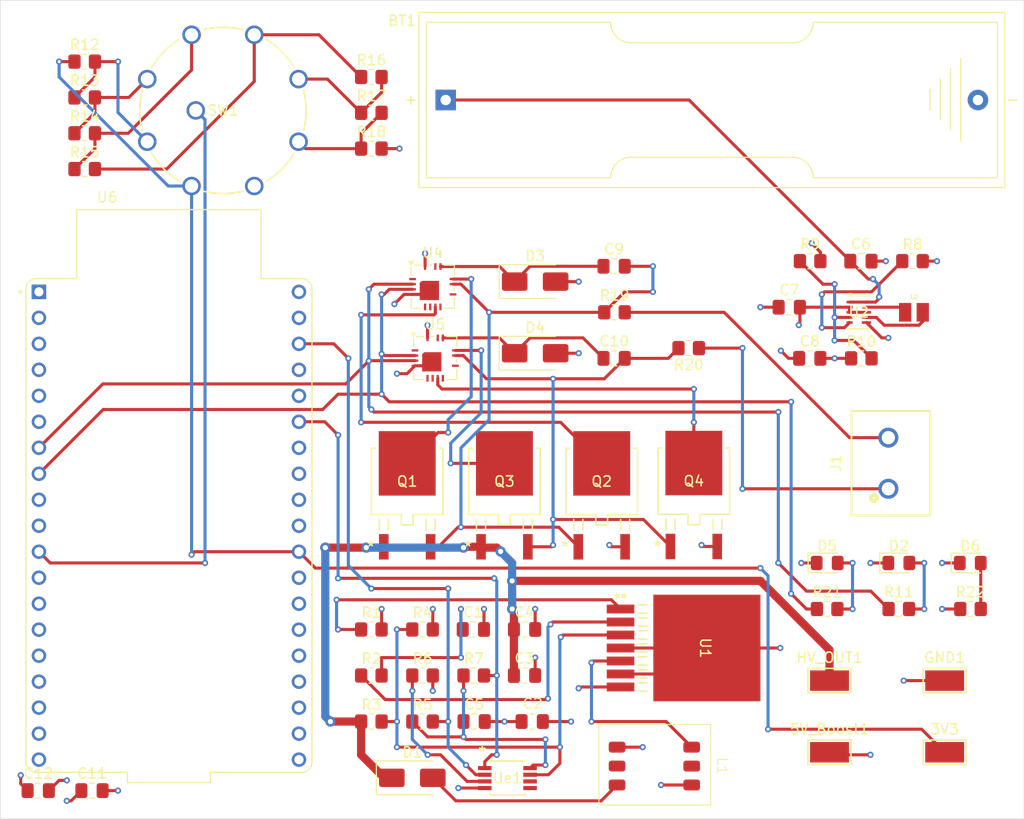
<source format=kicad_pcb>
(kicad_pcb (version 20240108) (generator "pcbnew") (generator_version "8.0")
  (layers (0 "F.Cu" signal) (1 "In1.Cu" signal) (2 "In2.Cu" signal) (31 "B.Cu" signal) (34 "B.Paste" user) (35 "F.Paste" user) (36 "B.SilkS" user "B.Silkscreen") (37 "F.SilkS" user "F.Silkscreen") (38 "B.Mask" user) (39 "F.Mask" user) (44 "Edge.Cuts" user))
  (net 0 "")
  (net 1 "ROT_3V3")
  (net 2 "+5V")
  (net 3 "Net-(BT1-+)")
  (net 4 "GND")
  (net 5 "Net-(C1-Pad1)")
  (net 6 "HV_OUT")
  (net 7 "3V3")
  (net 8 "Net-(D3-K)")
  (net 9 "Net-(Q1-S)")
  (net 10 "Net-(Q3-S)")
  (net 11 "Net-(D4-K)")
  (net 12 "Net-(D1-A)")
  (net 13 "Net-(D2-A)")
  (net 14 "P_Elec")
  (net 15 "N_Elec")
  (net 16 "Net-(U1-SW)")
  (net 17 "Net-(U2-L1)")
  (net 18 "Net-(U2-L2)")
  (net 19 "Net-(Q1-G)")
  (net 20 "Net-(Q2-G)")
  (net 21 "Net-(Q3-G)")
  (net 22 "Net-(Q4-G)")
  (net 23 "Net-(U1-~ON{slash}OFF)")
  (net 24 "Net-(U1-COMP)")
  (net 25 "Net-(U1-FB)")
  (net 26 "ESP32_SCL")
  (net 27 "Net-(Ue1-FS1)")
  (net 28 "ESP32_SDA")
  (net 29 "Net-(U2-PG)")
  (net 30 "Net-(U2-FB)")
  (net 31 "Net-(R12-Pad2)")
  (net 32 "Net-(R13-Pad2)")
  (net 33 "Net-(R14-Pad2)")
  (net 34 "Net-(R15-Pad2)")
  (net 35 "Net-(R16-Pad2)")
  (net 36 "Net-(R17-Pad2)")
  (net 37 "ROT_SW")
  (net 38 "DRV_B")
  (net 39 "DRV_A")
  (net 54 "Net-(D5-A)")
  (net 55 "Net-(D6-A)")
  (footprint "FES_Footprints:STD5N" (layer "F.Cu") (at 125.5 122.5306)
    (property "Reference" "Q1")
    (property "Value" "STD5N20L")
  )
  (footprint "Resistor_SMD:R_0805_2012Metric_Pad1.20x1.40mm_HandSolder" (layer "F.Cu") (at 173.525 135)
    (property "Reference" "R11")
    (property "Value" "65")
  )
  (footprint "FES_Footprints:STD5N" (layer "F.Cu") (at 153.5 122.5)
    (property "Reference" "Q4")
    (property "Value" "STD5N20L")
  )
  (footprint "Diode_SMD:D_SMA" (layer "F.Cu") (at 138 103)
    (property "Reference" "D3")
    (property "Value" "SS1150")
  )
  (footprint "Resistor_SMD:R_0805_2012Metric_Pad1.20x1.40mm_HandSolder" (layer "F.Cu") (at 164.86 101)
    (property "Reference" "R9")
    (property "Value" "806K")
  )
  (footprint "Capacitor_SMD:C_0805_2012Metric_Pad1.18x1.45mm_HandSolder" (layer "F.Cu") (at 162.8225 105.5)
    (property "Reference" "C7")
    (property "Value" "22uF")
  )
  (footprint "Diode_SMD:D_SMA" (layer "F.Cu") (at 138 110)
    (property "Reference" "D4")
    (property "Value" "SS1150")
  )
  (footprint "FES_Footprints:21-0036_U8&plus_1_MXM" (layer "F.Cu") (at 135.2902 151.52464)
    (property "Reference" "Ue1")
    (property "Value" "DS4432")
  )
  (footprint "Capacitor_SMD:C_0805_2012Metric_Pad1.18x1.45mm_HandSolder" (layer "F.Cu") (at 131.9625 137)
    (property "Reference" "C1")
    (property "Value" ".47u")
  )
  (footprint "Diode_SMD:D_SMA" (layer "F.Cu") (at 126 151.5)
    (property "Reference" "D1")
    (property "Value" "US1G")
  )
  (footprint "Screw-Terminal-1x2:691137710002" (layer "F.Cu") (at 172.5 120.75 90)
    (property "Reference" "J1")
    (property "Value" "Screw_Terminal_01x02")
  )
  (footprint "LED_SMD:LED_0805_2012Metric_Pad1.15x1.40mm_HandSolder" (layer "F.Cu") (at 173.525 130.5)
    (property "Reference" "D2")
    (property "Value" "LED")
  )
  (footprint "FES_Footprints:WE 750311691" (layer "F.Cu") (at 150.064 150.35 -90)
    (property "Reference" "L1")
    (property "Value" "60u")
  )
  (footprint "Capacitor_SMD:C_0805_2012Metric_Pad1.18x1.45mm_HandSolder" (layer "F.Cu") (at 132.0375 146)
    (property "Reference" "C5")
    (property "Value" ".1u")
  )
  (footprint "LED_SMD:LED_0805_2012Metric_Pad1.15x1.40mm_HandSolder" (layer "F.Cu") (at 180.5 130.5)
    (property "Reference" "D6")
    (property "Value" "LED")
  )
  (footprint "ESP32-DEVKITC-32E:MODULE_ESP32-DEVKITC-32E" (layer "F.Cu") (at 102.2275 126.835)
    (property "Reference" "U6")
    (property "Value" "ESP32-DEVKITC-32E")
  )
  (footprint "Capacitor_SMD:C_0805_2012Metric_Pad1.18x1.45mm_HandSolder" (layer "F.Cu") (at 94.7125 152.75)
    (property "Reference" "C11")
    (property "Value" "10uF")
  )
  (footprint "Package_DFN_QFN:Infineon_MLPQ-16-14-1EP_4x4mm_P0.5mm" (layer "F.Cu") (at 128.235 110.475)
    (property "Reference" "U5")
    (property "Value" "IRS2005M")
  )
  (footprint "TestPoint:TestPoint_Keystone_5019_Minature" (layer "F.Cu") (at 166.75 149)
    (property "Reference" "5V_Boost1")
    (property "Value" "TestPoint")
  )
  (footprint "FES_Footprints:STD5N" (layer "F.Cu") (at 135 122.5306)
    (property "Reference" "Q3")
    (property "Value" "STD5N20L")
  )
  (footprint "Resistor_SMD:R_0805_2012Metric_Pad1.20x1.40mm_HandSolder" (layer "F.Cu") (at 94 85)
    (property "Reference" "R13")
    (property "Value" "1K")
  )
  (footprint "Resistor_SMD:R_0805_2012Metric_Pad1.20x1.40mm_HandSolder" (layer "F.Cu") (at 180.525 135)
    (property "Reference" "R22")
    (property "Value" "150")
  )
  (footprint "Battery:BatteryHolder_Keystone_2460_1xAA" (layer "F.Cu") (at 129.26 85.25)
    (property "Reference" "BT1")
    (property "Value" "1.5V")
  )
  (footprint "Resistor_SMD:R_0805_2012Metric_Pad1.20x1.40mm_HandSolder" (layer "F.Cu") (at 122 146)
    (property "Reference" "R3")
    (property "Value" "86k")
  )
  (footprint "TestPoint:TestPoint_Keystone_5019_Minature" (layer "F.Cu") (at 166.75 142)
    (property "Reference" "HV_OUT1")
    (property "Value" "TestPoint")
  )
  (footprint "Capacitor_SMD:C_0805_2012Metric_Pad1.18x1.45mm_HandSolder" (layer "F.Cu") (at 136.9625 141.5)
    (property "Reference" "C3")
    (property "Value" "22u")
  )
  (footprint "Capacitor_SMD:C_0805_2012Metric_Pad1.18x1.45mm_HandSolder" (layer "F.Cu") (at 164.8225 110.5)
    (property "Reference" "C8")
    (property "Value" "22uF")
  )
  (footprint "Capacitor_SMD:C_0805_2012Metric_Pad1.18x1.45mm_HandSolder" (layer "F.Cu") (at 137.7125 146 180)
    (property "Reference" "C2")
    (property "Value" "1u")
  )
  (footprint "LED_SMD:LED_0805_2012Metric_Pad1.15x1.40mm_HandSolder" (layer "F.Cu") (at 166.525 130.5)
    (property "Reference" "D5")
    (property "Value" "LED")
  )
  (footprint "Capacitor_SMD:C_0805_2012Metric_Pad1.18x1.45mm_HandSolder" (layer "F.Cu") (at 169.8225 101)
    (property "Reference" "C6")
    (property "Value" "10uF")
  )
  (footprint "Resistor_SMD:R_0805_2012Metric_Pad1.20x1.40mm_HandSolder" (layer "F.Cu") (at 94 81.5)
    (property "Reference" "R12")
    (property "Value" "1K")
  )
  (footprint "Resistor_SMD:R_0805_2012Metric_Pad1.20x1.40mm_HandSolder" (layer "F.Cu") (at 122 141.5)
    (property "Reference" "R2")
    (property "Value" "2k")
  )
  (footprint "Resistor_SMD:R_0805_2012Metric_Pad1.20x1.40mm_HandSolder" (layer "F.Cu") (at 174.86 101)
    (property "Reference" "R8")
    (property "Value" "100K")
  )
  (footprint "Resistor_SMD:R_0805_2012Metric_Pad1.20x1.40mm_HandSolder" (layer "F.Cu") (at 122 83)
    (property "Reference" "R16")
    (property "Value" "1K")
  )
  (footprint "Resistor_SMD:R_0805_2012Metric_Pad1.20x1.40mm_HandSolder" (layer "F.Cu") (at 127 141.5)
    (property "Reference" "R6")
    (property "Value" "80k")
  )
  (footprint "Resistor_SMD:R_0805_2012Metric_Pad1.20x1.40mm_HandSolder" (layer "F.Cu") (at 145.75 106)
    (property "Reference" "R19")
    (property "Value" "250")
  )
  (footprint "FES_Footprints:STD5N" (layer "F.Cu") (at 144.5 122.5306)
    (property "Reference" "Q2")
    (property "Value" "STD5N20L")
  )
  (footprint "Resistor_SMD:R_0805_2012Metric_Pad1.20x1.40mm_HandSolder" (layer "F.Cu") (at 127 146)
    (property "Reference" "R5")
    (property "Value" "4.7k")
  )
  (footprint "Resistor_SMD:R_0805_2012Metric_Pad1.20x1.40mm_HandSolder" (layer "F.Cu") (at 132 141.5)
    (property "Reference" "R7")
    (property "Value" "4.7k")
  )
  (footprint "Resistor_SMD:R_0805_2012Metric_Pad1.20x1.40mm_HandSolder" (layer "F.Cu") (at 122 86.5)
    (property "Reference" "R17")
    (property "Value" "1K")
  )
  (footprint "TPS63802DLAR:DLA0010A" (layer "F.Cu") (at 169.609999 106.000001)
    (property "Reference" "U2")
    (property "Value" "TPS63802DLAR")
  )
  (footprint "TestPoint:TestPoint_Keystone_5019_Minature" (layer "F.Cu") (at 178 142)
    (property "Reference" "GND1")
    (property "Value" "TestPoint")
  )
  (footprint "Resistor_SMD:R_0805_2012Metric_Pad1.20x1.40mm_HandSolder" (layer "F.Cu") (at 166.525 135)
    (property "Reference" "R21")
    (property "Value" "65")
  )
  (footprint "Resistor_SMD:R_0805_2012Metric_Pad1.20x1.40mm_HandSolder" (layer "F.Cu") (at 169.86 110.5)
    (property "Reference" "R10")
    (property "Value" "91K")
  )
  (footprint "Capacitor_SMD:C_0805_2012Metric_Pad1.18x1.45mm_HandSolder" (layer "F.Cu") (at 89.4625 152.75)
    (property "Reference" "C12")
    (property "Value" ".1uF")
  )
  (footprint "DFE201612P-470nH:INDC2016X120N" (layer "F.Cu") (at 175 106)
    (property "Reference" "L2")
    (property "Value" "470nH")
  )
  (footprint "Resistor_SMD:R_0805_2012Metric_Pad1.20x1.40mm_HandSolder" (layer "F.Cu") (at 153 109.5 180)
    (property "Reference" "R20")
    (property "Value" "250")
  )
  (footprint "Resistor_SMD:R_0805_2012Metric_Pad1.20x1.40mm_HandSolder" (layer "F.Cu") (at 127 137)
    (property "Reference" "R4")
    (property "Value" "12k")
  )
  (footprint "Capacitor_SMD:C_0805_2012Metric_Pad1.18x1.45mm_HandSolder" (layer "F.Cu") (at 136.9625 137)
    (property "Reference" "C4")
    (property "Value" "100u")
  )
  (footprint "Capacitor_SMD:C_0805_2012Metric_Pad1.18x1.45mm_HandSolder" (layer "F.Cu") (at 145.7125 101.5)
    (property "Reference" "C9")
    (property "Value" "10n")
  )
  (footprint "Resistor_SMD:R_0805_2012Metric_Pad1.20x1.40mm_HandSolder" (layer "F.Cu") (at 122 90)
    (property "Reference" "R18")
    (property "Value" "1K")
  )
  (footprint "FES_Footprints:TS7B" (layer "F.Cu") (at 154.6209 138.81 -90)
    (property "Reference" "U1")
    (property "Value" "LM2586S")
  )
  (footprint "Resistor_SMD:R_0805_2012Metric_Pad1.20x1.40mm_HandSolder" (layer "F.Cu") (at 94 88.5)
    (property "Reference" "R14")
    (property "Value" "1K")
  )
  (footprint "TestPoint:TestPoint_Keystone_5019_Minature" (layer "F.Cu") (at 178 149)
    (property "Reference" "3V3")
    (property "Value" "TestPoint")
  )
  (footprint "Package_DFN_QFN:Infineon_MLPQ-16-14-1EP_4x4mm_P0.5mm" (layer "F.Cu") (at 128 103.5)
    (property "Reference" "U4")
    (property "Value" "IRS2005M")
  )
  (footprint "Resistor_SMD:R_0805_2012Metric_Pad1.20x1.40mm_HandSolder" (layer "F.Cu") (at 94 92)
    (property "Reference" "R15")
    (property "Value" "1K")
  )
  (footprint "Capacitor_SMD:C_0805_2012Metric_Pad1.18x1.45mm_HandSolder" (layer "F.Cu") (at 145.7125 110.5)
    (property "Reference" "C10")
    (property "Value" "10n")
  )
  (footprint "ROT_SW2925:2925_ADA" (layer "F.Cu") (at 104.438533 93.656435)
    (property "Reference" "SW1")
    (property "Value" "SW_Rotary_1x8_MP")
  )
  (footprint "Resistor_SMD:R_0805_2012Metric_Pad1.20x1.40mm_HandSolder" (layer "F.Cu") (at 122 137)
    (property "Reference" "R1")
    (property "Value" "200")
  )
  (gr_rect (start 85.75 75.5) (end 185.75 155.5) (stroke (width 0.05)) (fill none) (layer "Edge.Cuts"))
  (segment (start 116.5275 131) (end 160 131) (width 0.3) (layer "F.Cu") (net 1))
  (segment (start 104.727066 129.4) (end 114.9275 129.4) (width 0.3) (layer "F.Cu") (net 1))
  (segment (start 114.9275 129.4) (end 116.5275 131) (width 0.3) (layer "F.Cu") (net 1))
  (segment (start 104.438533 129.688533) (end 104.727066 129.4) (width 0.3) (layer "F.Cu") (net 1))
  (segment (start 160.75 146.75) (end 175.75 146.75) (width 0.3) (layer "F.Cu") (net 1))
  (segment (start 93 81.5) (end 91.5 81.5) (width 0.3) (layer "F.Cu") (net 1))
  (segment (start 175.75 146.75) (end 178 149) (width 0.3) (layer "F.Cu") (net 1))
  (via (at 160.75 146.75) (size 0.6) (drill 0.3) (layers "F.Cu" "B.Cu") (net 1))
  (via (at 91.5 81.5) (size 0.6) (drill 0.3) (layers "F.Cu" "B.Cu") (net 1))
  (via (at 160 131) (size 0.6) (drill 0.3) (layers "F.Cu" "B.Cu") (net 1))
  (via (at 104.438533 129.688533) (size 0.6) (drill 0.3) (layers "F.Cu" "B.Cu") (net 1))
  (segment (start 102.156435 93.656435) (end 104.438533 93.656435) (width 0.3) (layer "B.Cu") (net 1))
  (segment (start 104.438533 93.656435) (end 104.438533 129.688533) (width 0.3) (layer "B.Cu") (net 1))
  (segment (start 91.5 83) (end 102.156435 93.656435) (width 0.3) (layer "B.Cu") (net 1))
  (segment (start 160.75 131.75) (end 160.75 146.75) (width 0.3) (layer "B.Cu") (net 1))
  (segment (start 91.5 81.5) (end 91.5 83) (width 0.3) (layer "B.Cu") (net 1))
  (segment (start 160 131) (end 160.75 131.75) (width 0.3) (layer "B.Cu") (net 1))
  (segment (start 87.75 152.075) (end 88.425 152.75) (width 0.3) (layer "F.Cu") (net 2))
  (segment (start 146.3405 142.62) (end 142.38 142.62) (width 0.3) (layer "F.Cu") (net 2))
  (segment (start 87.75 151.25) (end 87.75 152.075) (width 0.3) (layer "F.Cu") (net 2))
  (segment (start 142.38 142.62) (end 142.25 142.75) (width 0.3) (layer "F.Cu") (net 2))
  (segment (start 127.485 108.5) (end 127.485 107.265) (width 0.3) (layer "F.Cu") (net 2))
  (segment (start 172.5 108.5) (end 171.859998 108.5) (width 0.3) (layer "F.Cu") (net 2))
  (segment (start 175.86 101) (end 177.25 101) (width 0.3) (layer "F.Cu") (net 2))
  (segment (start 140 103) (end 142.25 103) (width 0.3) (layer "F.Cu") (net 2))
  (segment (start 171.859998 108.5) (end 170.36 107.000002) (width 0.3) (layer "F.Cu") (net 2))
  (segment (start 177.75 135) (end 179.525 135) (width 0.3) (layer "F.Cu") (net 2))
  (segment (start 138.75 146) (end 141.5 146) (width 0.3) (layer "F.Cu") (net 2))
  (segment (start 165.86 100.11) (end 165 99.25) (width 0.3) (layer "F.Cu") (net 2))
  (segment (start 163.785 110.5) (end 162.75 110.5) (width 0.3) (layer "F.Cu") (net 2))
  (segment (start 167 149.25) (end 170.75 149.25) (width 0.3) (layer "F.Cu") (net 2))
  (segment (start 92.25 153.75) (end 92.675 153.75) (width 0.3) (layer "F.Cu") (net 2))
  (segment (start 165.86 101) (end 165.86 100.11) (width 0.3) (layer "F.Cu") (net 2))
  (segment (start 92.675 153.75) (end 93.675 152.75) (width 0.3) (layer "F.Cu") (net 2))
  (segment (start 127.25 101.525) (end 127.25 100.25) (width 0.3) (layer "F.Cu") (net 2))
  (segment (start 153.29 152.2) (end 150.3 152.2) (width 0.3) (layer "F.Cu") (net 2))
  (segment (start 166.75 149) (end 167 149.25) (width 0.3) (layer "F.Cu") (net 2))
  (segment (start 162.75 110.5) (end 162 109.75) (width 0.3) (layer "F.Cu") (net 2))
  (segment (start 161.785 105.5) (end 160 105.5) (width 0.3) (layer "F.Cu") (net 2))
  (segment (start 140 110) (end 142.25 110) (width 0.3) (layer "F.Cu") (net 2))
  (via (at 142.25 103) (size 0.6) (drill 0.3) (layers "F.Cu" "B.Cu") (net 2))
  (via (at 177.25 101) (size 0.6) (drill 0.3) (layers "F.Cu" "B.Cu") (net 2))
  (via (at 150.3 152.2) (size 0.6) (drill 0.3) (layers "F.Cu" "B.Cu") (net 2))
  (via (at 127.485 107.265) (size 0.6) (drill 0.3) (layers "F.Cu" "B.Cu") (net 2))
  (via (at 127.25 100.25) (size 0.6) (drill 0.3) (layers "F.Cu" "B.Cu") (net 2))
  (via (at 87.75 151.25) (size 0.6) (drill 0.3) (layers "F.Cu" "B.Cu") (net 2))
  (via (at 162 109.75) (size 0.6) (drill 0.3) (layers "F.Cu" "B.Cu") (net 2))
  (via (at 142.25 142.75) (size 0.6) (drill 0.3) (layers "F.Cu" "B.Cu") (net 2))
  (via (at 141.5 146) (size 0.6) (drill 0.3) (layers "F.Cu" "B.Cu") (net 2))
  (via (at 142.25 110) (size 0.6) (drill 0.3) (layers "F.Cu" "B.Cu") (net 2))
  (via (at 165 99.25) (size 0.6) (drill 0.3) (layers "F.Cu" "B.Cu") (net 2))
  (via (at 172.5 108.5) (size 0.6) (drill 0.3) (layers "F.Cu" "B.Cu") (net 2))
  (via (at 160 105.5) (size 0.6) (drill 0.3) (layers "F.Cu" "B.Cu") (net 2))
  (via (at 170.75 149.25) (size 0.6) (drill 0.3) (layers "F.Cu" "B.Cu") (net 2))
  (via (at 92.25 153.75) (size 0.6) (drill 0.3) (layers "F.Cu" "B.Cu") (net 2))
  (via (at 177.75 135) (size 0.6) (drill 0.3) (layers "F.Cu" "B.Cu") (net 2))
  (segment (start 129.26 85.25) (end 153.035 85.25) (width 0.3) (layer "F.Cu") (net 3))
  (segment (start 153.035 85.25) (end 168.785 101) (width 0.3) (layer "F.Cu") (net 3))
  (segment (start 170.535 102.75) (end 168.785 101) (width 0.3) (layer "F.Cu") (net 3))
  (segment (start 171 102.75) (end 170.535 102.75) (width 0.3) (layer "F.Cu") (net 3))
  (segment (start 170.36 105) (end 171.25 105) (width 0.3) (layer "F.Cu") (net 3))
  (segment (start 171.75 104.5) (end 171.6 104.5) (width 0.3) (layer "F.Cu") (net 3))
  (segment (start 168.709998 105) (end 170.36 105) (width 0.3) (layer "F.Cu") (net 3))
  (segment (start 171.25 105) (end 171.75 104.5) (width 0.3) (layer "F.Cu") (net 3))
  (via (at 171.6 104.5) (size 0.6) (drill 0.3) (layers "F.Cu" "B.Cu") (net 3))
  (via (at 171 102.75) (size 0.6) (drill 0.3) (layers "F.Cu" "B.Cu") (net 3))
  (segment (start 171.6 104.5) (end 171.6 103.35) (width 0.3) (layer "B.Cu") (net 3))
  (segment (start 171.6 103.35) (end 171 102.75) (width 0.3) (layer "B.Cu") (net 3))
  (segment (start 124.25 105.19375) (end 125.19375 104.25) (width 0.3) (layer "F.Cu") (net 4))
  (segment (start 146.3405 138.81) (end 154.7733 138.81) (width 0.3) (layer "F.Cu") (net 4))
  (segment (start 155.786 128.8881) (end 154.3881 128.8881) (width 0.3) (layer "F.Cu") (net 4))
  (segment (start 165.86 110.5) (end 167.25 110.5) (width 0.3) (layer "F.Cu") (net 4))
  (segment (start 91.5 151.75) (end 92.25 151.75) (width 0.3) (layer "F.Cu") (net 4))
  (segment (start 133.075 146) (end 135 146) (width 0.3) (layer "F.Cu") (net 4))
  (segment (start 125.485 112) (end 126.26 111.225) (width 0.3) (layer "F.Cu") (net 4))
  (segment (start 152.2333 141.35) (end 154.7733 138.81) (width 0.3) (layer "F.Cu") (net 4))
  (segment (start 170.159998 106.000001) (end 168.709998 106.000001) (width 0.3) (layer "F.Cu") (net 4))
  (segment (start 163.86 105.5) (end 168.709996 105.5) (width 0.3) (layer "F.Cu") (net 4))
  (segment (start 179.475 130.5) (end 177.75 130.5) (width 0.3) (layer "F.Cu") (net 4))
  (segment (start 125.19375 104.25) (end 126.025 104.25) (width 0.3) (layer "F.Cu") (net 4))
  (segment (start 127.38 104.25) (end 127.665 103.965) (width 0.3) (layer "F.Cu") (net 4))
  (segment (start 128 137) (end 128 135) (width 0.3) (layer "F.Cu") (net 4))
  (segment (start 152.9328 138.81) (end 150.3928 141.35) (width 0.3) (layer "F.Cu") (net 4))
  (segment (start 124.5 112) (end 125.485 112) (width 0.3) (layer "F.Cu") (net 4))
  (segment (start 126.025 104.25) (end 127.38 104.25) (width 0.3) (layer "F.Cu") (net 4))
  (segment (start 163.86 105.5) (end 163.86 107.14) (width 0.3) (layer "F.Cu") (net 4))
  (segment (start 167.25 110.5) (end 168.86 110.5) (width 0.3) (layer "F.Cu") (net 4))
  (segment (start 168.709998 105.500002) (end 168.709998 106.000001) (width 0.3) (layer "F.Cu") (net 4))
  (segment (start 138 141.5) (end 138 139.75) (width 0.3) (layer "F.Cu") (net 4))
  (segment (start 128 143) (end 128 141.5) (width 0.3) (layer "F.Cu") (net 4))
  (segment (start 127.615 111.225) (end 127.9 110.94) (width 0.3) (layer "F.Cu") (net 4))
  (segment (start 126.26 111.225) (end 127.615 111.225) (width 0.3) (layer "F.Cu") (net 4))
  (segment (start 164 130.5) (end 165.5 130.5) (width 0.3) (layer "F.Cu") (net 4))
  (segment (start 136.675 146) (end 135 146) (width 0.3) (layer "F.Cu") (net 4))
  (segment (start 154.7733 138.81) (end 161.94 138.81) (width 0.3) (layer "F.Cu") (net 4))
  (segment (start 168.709996 105.5) (end 168.709998 105.500002) (width 0.3) (layer "F.Cu") (net 4))
  (segment (start 163.86 107.14) (end 163.75 107.25) (width 0.3) (layer "F.Cu") (net 4))
  (segment (start 145.4187 128.9187) (end 145.25 128.75) (width 0.3) (layer "F.Cu") (net 4))
  (segment (start 146.3405 141.35) (end 152.2333 141.35) (width 0.3) (layer "F.Cu") (net 4))
  (segment (start 146 148.5) (end 148.5 148.5) (width 0.3) (layer "F.Cu") (net 4))
  (segment (start 170.86 101) (end 172.25 101) (width 0.3) (layer "F.Cu") (net 4))
  (segment (start 172.5 130.5) (end 170.75 130.5) (width 0.3) (layer "F.Cu") (net 4))
  (segment (start 95.75 152.75) (end 97.25 152.75) (width 0.3) (layer "F.Cu") (net 4))
  (segment (start 130.5 152.5) (end 133.0804 152.5) (width 0.3) (layer "F.Cu") (net 4))
  (segment (start 178 142) (end 174 142) (width 0.3) (layer "F.Cu") (net 4))
  (segment (start 133 137) (end 133 135) (width 0.3) (layer "F.Cu") (net 4))
  (segment (start 123 90) (end 124.75 90) (width 0.3) (layer "F.Cu") (net 4))
  (segment (start 138 137) (end 138 135) (width 0.3) (layer "F.Cu") (net 4))
  (segment (start 154.3881 128.8881) (end 154.25 128.75) (width 0.3) (layer "F.Cu") (net 4))
  (segment (start 90.5 152.75) (end 91.5 151.75) (width 0.3) (layer "F.Cu") (net 4))
  (segment (start 146.786 128.9187) (end 145.4187 128.9187) (width 0.3) (layer "F.Cu") (net 4))
  (segment (start 123 137) (end 123 135) (width 0.3) (layer "F.Cu") (net 4))
  (via (at 124.75 90) (size 0.6) (drill 0.3) (layers "F.Cu" "B.Cu") (net 4))
  (via (at 163.75 107.25) (size 0.6) (drill 0.3) (layers "F.Cu" "B.Cu") (net 4))
  (via (at 133 135) (size 0.6) (drill 0.3) (layers "F.Cu" "B.Cu") (net 4))
  (via (at 177.75 130.5) (size 0.6) (drill 0.3) (layers "F.Cu" "B.Cu") (net 4))
  (via (at 145.25 128.75) (size 0.6) (drill 0.3) (layers "F.Cu" "B.Cu") (net 4))
  (via (at 148.5 148.5) (size 0.6) (drill 0.3) (layers "F.Cu" "B.Cu") (net 4))
  (via (at 128 143) (size 0.6) (drill 0.3) (layers "F.Cu" "B.Cu") (net 4))
  (via (at 128 135) (size 0.6) (drill 0.3) (layers "F.Cu" "B.Cu") (net 4))
  (via (at 130.5 152.5) (size 0.6) (drill 0.3) (layers "F.Cu" "B.Cu") (net 4))
  (via (at 167.25 110.5) (size 0.6) (drill 0.3) (layers "F.Cu" "B.Cu") (net 4))
  (via (at 174 142) (size 0.6) (drill 0.3) (layers "F.Cu" "B.Cu") (net 4))
  (via (at 172.25 101) (size 0.6) (drill 0.3) (layers "F.Cu" "B.Cu") (net 4))
  (via (at 97.25 152.75) (size 0.6) (drill 0.3) (layers "F.Cu" "B.Cu") (net 4))
  (via (at 170.75 130.5) (size 0.6) (drill 0.3) (layers "F.Cu" "B.Cu") (net 4))
  (via (at 138 135) (size 0.6) (drill 0.3) (layers "F.Cu" "B.Cu") (net 4))
  (via (at 164 130.5) (size 0.6) (drill 0.3) (layers "F.Cu" "B.Cu") (net 4))
  (via (at 124.25 105.19375) (size 0.6) (drill 0.3) (layers "F.Cu" "B.Cu") (net 4))
  (via (at 161.94 138.81) (size 0.6) (drill 0.3) (layers "F.Cu" "B.Cu") (net 4))
  (via (at 154.25 128.75) (size 0.6) (drill 0.3) (layers "F.Cu" "B.Cu") (net 4))
  (via (at 138 139.75) (size 0.6) (drill 0.3) (layers "F.Cu" "B.Cu") (net 4))
  (via (at 92.25 151.75) (size 0.6) (drill 0.3) (layers "F.Cu" "B.Cu") (net 4))
  (via (at 135 146) (size 0.6) (drill 0.3) (layers "F.Cu" "B.Cu") (net 4))
  (via (at 123 135) (size 0.6) (drill 0.3) (layers "F.Cu" "B.Cu") (net 4))
  (via (at 124.5 112) (size 0.6) (drill 0.3) (layers "F.Cu" "B.Cu") (net 4))
  (segment (start 130.75 136.825) (end 130.925 137) (width 0.3) (layer "F.Cu") (net 5))
  (segment (start 123 141.5) (end 123 139.75) (width 0.3) (layer "F.Cu") (net 5))
  (segment (start 130.75 135) (end 130.75 136.825) (width 0.3) (layer "F.Cu") (net 5))
  (segment (start 123 139.75) (end 130.75 139.75) (width 0.3) (layer "F.Cu") (net 5))
  (via (at 130.75 139.75) (size 0.6) (drill 0.3) (layers "F.Cu" "B.Cu") (net 5))
  (via (at 130.75 135) (size 0.6) (drill 0.3) (layers "F.Cu" "B.Cu") (net 5))
  (segment (start 130.75 139.75) (end 130.75 135) (width 0.3) (layer "B.Cu") (net 5))
  (segment (start 123.1327 129) (end 123.214 128.9187) (width 0.3) (layer "F.Cu") (net 6))
  (segment (start 123.25 151.5) (end 124 151.5) (width 0.3) (layer "F.Cu") (net 6))
  (segment (start 135.75 132.25) (end 160 132.25) (width 0.8) (layer "F.Cu") (net 6))
  (segment (start 135.925 141.5) (end 135.925 137) (width 0.8) (layer "F.Cu") (net 6))
  (segment (start 135.75 135.25) (end 135.75 135) (width 0.3) (layer "F.Cu") (net 6))
  (segment (start 121 149.25) (end 121 146) (width 0.8) (layer "F.Cu") (net 6))
  (segment (start 131.0813 128.9187) (end 131 129) (width 0.3) (layer "F.Cu") (net 6))
  (segment (start 121.5 129) (end 117.5 129) (width 0.8) (layer "F.Cu") (net 6))
  (segment (start 134.625 129.375) (end 134.25 129) (width 0.8) (layer "F.Cu") (net 6))
  (segment (start 166.75 139) (end 166.75 142) (width 0.8) (layer "F.Cu") (net 6))
  (segment (start 121.5 129) (end 123.1327 129) (width 0.8) (layer "F.Cu") (net 6))
  (segment (start 132.714 128.9187) (end 131.0813 128.9187) (width 0.8) (layer "F.Cu") (net 6))
  (segment (start 132.7953 129) (end 132.714 128.9187) (width 0.3) (layer "F.Cu") (net 6))
  (segment (start 135.925 137) (end 135.925 135.425) (width 0.8) (layer "F.Cu") (net 6))
  (segment (start 118 146) (end 121 146) (width 0.8) (layer "F.Cu") (net 6))
  (segment (start 135.925 135.425) (end 135.75 135.25) (width 0.3) (layer "F.Cu") (net 6))
  (segment (start 121 149.25) (end 123.25 151.5) (width 0.8) (layer "F.Cu") (net 6))
  (segment (start 134.25 129) (end 132.7953 129) (width 0.8) (layer "F.Cu") (net 6))
  (segment (start 160 132.25) (end 166.75 139) (width 0.8) (layer "F.Cu") (net 6))
  (via (at 135.75 135) (size 1) (drill 0.5) (layers "F.Cu" "B.Cu") (net 6))
  (via (at 118 146) (size 1) (drill 0.5) (layers "F.Cu" "B.Cu") (net 6))
  (via (at 131 129) (size 1) (drill 0.5) (layers "F.Cu" "B.Cu") (net 6))
  (via (at 135.75 132.25) (size 1) (drill 0.5) (layers "F.Cu" "B.Cu") (net 6))
  (via (at 117.5 129) (size 1) (drill 0.5) (layers "F.Cu" "B.Cu") (net 6))
  (via (at 134.625 129.375) (size 1) (drill 0.5) (layers "F.Cu" "B.Cu") (net 6))
  (via (at 121.5 129) (size 1) (drill 0.5) (layers "F.Cu" "B.Cu") (net 6))
  (segment (start 135.75 130.5) (end 135.75 132.25) (width 0.8) (layer "B.Cu") (net 6))
  (segment (start 117.5 129) (end 117.5 145.5) (width 0.8) (layer "B.Cu") (net 6))
  (segment (start 117.5 145.5) (end 118 146) (width 0.8) (layer "B.Cu") (net 6))
  (segment (start 131 129) (end 121.5 129) (width 0.8) (layer "B.Cu") (net 6))
  (segment (start 135.75 132.25) (end 135.75 135) (width 0.8) (layer "B.Cu") (net 6))
  (segment (start 134.625 129.375) (end 135.75 130.5) (width 0.8) (layer "B.Cu") (net 6))
  (segment (start 131 143) (end 131 141.5) (width 0.3) (layer "F.Cu") (net 7))
  (segment (start 131 147.5) (end 131.25 147.75) (width 0.3) (layer "F.Cu") (net 7))
  (segment (start 127.5 147.5) (end 126 146) (width 0.3) (layer "F.Cu") (net 7))
  (segment (start 137.79928 150.25) (end 137.5 150.54928) (width 0.3) (layer "F.Cu") (net 7))
  (segment (start 139 150.25) (end 137.79928 150.25) (width 0.3) (layer "F.Cu") (net 7))
  (segment (start 131 147.5) (end 131 146) (width 0.3) (layer "F.Cu") (net 7))
  (segment (start 131 147.5) (end 127.5 147.5) (width 0.3) (layer "F.Cu") (net 7))
  (segment (start 131.25 147.75) (end 139 147.75) (width 0.3) (layer "F.Cu") (net 7))
  (via (at 139 147.75) (size 0.6) (drill 0.3) (layers "F.Cu" "B.Cu") (net 7))
  (via (at 131 147.5) (size 0.6) (drill 0.3) (layers "F.Cu" "B.Cu") (net 7))
  (via (at 139 150.25) (size 0.6) (drill 0.3) (layers "F.Cu" "B.Cu") (net 7))
  (via (at 131 143) (size 0.6) (drill 0.3) (layers "F.Cu" "B.Cu") (net 7))
  (segment (start 139 147.75) (end 139 150.25) (width 0.3) (layer "B.Cu") (net 7))
  (segment (start 131 143) (end 131 147.5) (width 0.3) (layer "B.Cu") (net 7))
  (segment (start 128.75 101.525) (end 134.525 101.525) (width 0.3) (layer "F.Cu") (net 8))
  (segment (start 134.525 101.525) (end 136 103) (width 0.3) (layer "F.Cu") (net 8))
  (segment (start 137.5 101.5) (end 144.675 101.5) (width 0.3) (layer "F.Cu") (net 8))
  (segment (start 136 103) (end 137.5 101.5) (width 0.3) (layer "F.Cu") (net 8))
  (segment (start 146.75 104) (end 149.5 104) (width 0.3) (layer "F.Cu") (net 9))
  (segment (start 128.5559 128.9187) (end 127.786 128.9187) (width 0.3) (layer "F.Cu") (net 9))
  (segment (start 146.75 101.5) (end 149.5 101.5) (width 0.3) (layer "F.Cu") (net 9))
  (segment (start 144.75 106) (end 146.75 104) (width 0.3) (layer "F.Cu") (net 9))
  (segment (start 130.75 103.25) (end 133.5 106) (width 0.3) (layer "F.Cu") (net 9))
  (segment (start 130.4746 127) (end 128.5559 128.9187) (width 0.3) (layer "F.Cu") (net 9))
  (segment (start 140.2953 127) (end 142.214 128.9187) (width 0.3) (layer "F.Cu") (net 9))
  (segment (start 129.975 103.25) (end 130.75 103.25) (width 0.3) (layer "F.Cu") (net 9))
  (segment (start 133.5 106) (end 144.75 106) (width 0.3) (layer "F.Cu") (net 9))
  (segment (start 130.75 127) (end 140.2953 127) (width 0.3) (layer "F.Cu") (net 9))
  (segment (start 130.75 127) (end 130.4746 127) (width 0.3) (layer "F.Cu") (net 9))
  (via (at 133.5 106) (size 0.6) (drill 0.3) (layers "F.Cu" "B.Cu") (net 9))
  (via (at 130.75 127) (size 0.6) (drill 0.3) (layers "F.Cu" "B.Cu") (net 9))
  (via (at 149.5 104) (size 0.6) (drill 0.3) (layers "F.Cu" "B.Cu") (net 9))
  (via (at 149.5 101.5) (size 0.6) (drill 0.3) (layers "F.Cu" "B.Cu") (net 9))
  (segment (start 133.5 116.5) (end 133.5 106) (width 0.3) (layer "B.Cu") (net 9))
  (segment (start 149.5 101.5) (end 149.5 104) (width 0.3) (layer "B.Cu") (net 9))
  (segment (start 130.75 119.25) (end 133.5 116.5) (width 0.3) (layer "B.Cu") (net 9))
  (segment (start 130.75 127) (end 130.75 119.25) (width 0.3) (layer "B.Cu") (net 9))
  (segment (start 146.75 110.5) (end 151 110.5) (width 0.3) (layer "F.Cu") (net 10))
  (segment (start 130.21 110.225) (end 130.975 110.225) (width 0.3) (layer "F.Cu") (net 10))
  (segment (start 130.975 110.225) (end 133.25 112.5) (width 0.3) (layer "F.Cu") (net 10))
  (segment (start 144.75 112.5) (end 146.75 110.5) (width 0.3) (layer "F.Cu") (net 10))
  (segment (start 137.286 128.9187) (end 139.5813 128.9187) (width 0.3) (layer "F.Cu") (net 10))
  (segment (start 139.5813 128.9187) (end 139.75 128.75) (width 0.3) (layer "F.Cu") (net 10))
  (segment (start 148.5759 126.25) (end 151.214 128.8881) (width 0.3) (layer "F.Cu") (net 10))
  (segment (start 139.75 112.5) (end 144.75 112.5) (width 0.3) (layer "F.Cu") (net 10))
  (segment (start 151 110.5) (end 152 109.5) (width 0.3) (layer "F.Cu") (net 10))
  (segment (start 139.75 126.25) (end 148.5759 126.25) (width 0.3) (layer "F.Cu") (net 10))
  (segment (start 133.25 112.5) (end 139.75 112.5) (width 0.3) (layer "F.Cu") (net 10))
  (via (at 139.75 112.5) (size 0.6) (drill 0.3) (layers "F.Cu" "B.Cu") (net 10))
  (via (at 139.75 126.25) (size 0.6) (drill 0.3) (layers "F.Cu" "B.Cu") (net 10))
  (via (at 139.75 128.75) (size 0.6) (drill 0.3) (layers "F.Cu" "B.Cu") (net 10))
  (segment (start 139.75 128.75) (end 139.75 126.25) (width 0.3) (layer "B.Cu") (net 10))
  (segment (start 139.75 126.25) (end 139.75 112.5) (width 0.3) (layer "B.Cu") (net 10))
  (segment (start 136 110) (end 137.5 108.5) (width 0.3) (layer "F.Cu") (net 11))
  (segment (start 134.5 108.5) (end 136 110) (width 0.3) (layer "F.Cu") (net 11))
  (segment (start 142.675 108.5) (end 144.675 110.5) (width 0.3) (layer "F.Cu") (net 11))
  (segment (start 137.5 108.5) (end 142.675 108.5) (width 0.3) (layer "F.Cu") (net 11))
  (segment (start 128.985 108.5) (end 134.5 108.5) (width 0.3) (layer "F.Cu") (net 11))
  (segment (start 130.25 153.75) (end 144.45 153.75) (width 0.3) (layer "F.Cu") (net 12))
  (segment (start 144.45 153.75) (end 146 152.2) (width 0.3) (layer "F.Cu") (net 12))
  (segment (start 128 151.5) (end 130.25 153.75) (width 0.3) (layer "F.Cu") (net 12))
  (segment (start 174.525 135) (end 176 135) (width 0.3) (layer "F.Cu") (net 13))
  (segment (start 176 130.5) (end 174.55 130.5) (width 0.3) (layer "F.Cu") (net 13))
  (via (at 176 135) (size 0.6) (drill 0.3) (layers "F.Cu" "B.Cu") (net 13))
  (via (at 176 130.5) (size 0.6) (drill 0.3) (layers "F.Cu" "B.Cu") (net 13))
  (segment (start 176 135) (end 176 130.5) (width 0.3) (layer "B.Cu") (net 13))
  (segment (start 156.459619 106) (end 168.709619 118.25) (width 0.3) (layer "F.Cu") (net 14))
  (segment (start 168.709619 118.25) (end 172.5 118.25) (width 0.3) (layer "F.Cu") (net 14))
  (segment (start 146.75 106) (end 156.459619 106) (width 0.3) (layer "F.Cu") (net 14))
  (segment (start 154 109.5) (end 158.25 109.5) (width 0.3) (layer "F.Cu") (net 15))
  (segment (start 158.25 123.25) (end 172.5 123.25) (width 0.3) (layer "F.Cu") (net 15))
  (via (at 158.25 123.25) (size 0.6) (drill 0.3) (layers "F.Cu" "B.Cu") (net 15))
  (via (at 158.25 109.5) (size 0.6) (drill 0.3) (layers "F.Cu" "B.Cu") (net 15))
  (segment (start 158.25 109.5) (end 158.25 123.25) (width 0.3) (layer "B.Cu") (net 15))
  (segment (start 146.3405 140.08) (end 143.67 140.08) (width 0.3) (layer "F.Cu") (net 16))
  (segment (start 143.5 146) (end 150.79 146) (width 0.3) (layer "F.Cu") (net 16))
  (segment (start 143.67 140.08) (end 143.5 140.25) (width 0.3) (layer "F.Cu") (net 16))
  (segment (start 150.79 146) (end 153.29 148.5) (width 0.3) (layer "F.Cu") (net 16))
  (via (at 143.5 140.25) (size 0.6) (drill 0.3) (layers "F.Cu" "B.Cu") (net 16))
  (via (at 143.5 146) (size 0.6) (drill 0.3) (layers "F.Cu" "B.Cu") (net 16))
  (segment (start 143.5 140.25) (end 143.5 146) (width 0.3) (layer "B.Cu") (net 16))
  (segment (start 170.36 105.500002) (end 173.640002 105.500002) (width 0.3) (layer "F.Cu") (net 17))
  (segment (start 173.640002 105.500002) (end 174.14 106) (width 0.3) (layer "F.Cu") (net 17))
  (segment (start 175.49 107.26) (end 175.86 106.89) (width 0.3) (layer "F.Cu") (net 18))
  (segment (start 170.36 106.5) (end 171.330761 106.5) (width 0.3) (layer "F.Cu") (net 18))
  (segment (start 175.86 106.89) (end 175.86 106) (width 0.3) (layer "F.Cu") (net 18))
  (segment (start 172.090761 107.26) (end 175.49 107.26) (width 0.3) (layer "F.Cu") (net 18))
  (segment (start 171.330761 106.5) (end 172.090761 107.26) (width 0.3) (layer "F.Cu") (net 18))
  (segment (start 128.5153 117.75) (end 125.5 120.7653) (width 0.3) (layer "F.Cu") (net 19))
  (segment (start 129.975 102.75) (end 131.75 102.75) (width 0.3) (layer "F.Cu") (net 19))
  (segment (start 129.5 117.75) (end 128.5153 117.75) (width 0.3) (layer "F.Cu") (net 19))
  (via (at 131.75 102.75) (size 0.6) (drill 0.3) (layers "F.Cu" "B.Cu") (net 19))
  (via (at 129.5 117.75) (size 0.6) (drill 0.3) (layers "F.Cu" "B.Cu") (net 19))
  (segment (start 129.5 117.75) (end 129.5 116.5) (width 0.3) (layer "B.Cu") (net 19))
  (segment (start 129.5 116.5) (end 131.75 114.25) (width 0.3) (layer "B.Cu") (net 19))
  (segment (start 131.75 114.25) (end 131.75 102.75) (width 0.3) (layer "B.Cu") (net 19))
  (segment (start 121 116.75) (end 140.4847 116.75) (width 0.3) (layer "F.Cu") (net 20))
  (segment (start 140.4847 116.75) (end 144.5 120.7653) (width 0.3) (layer "F.Cu") (net 20))
  (segment (start 128.25 105.475) (end 128.25 106.119239) (width 0.3) (layer "F.Cu") (net 20))
  (segment (start 128.119239 106.25) (end 121 106.25) (width 0.3) (layer "F.Cu") (net 20))
  (segment (start 128.25 106.119239) (end 128.119239 106.25) (width 0.3) (layer "F.Cu") (net 20))
  (via (at 121 116.75) (size 0.6) (drill 0.3) (layers "F.Cu" "B.Cu") (net 20))
  (via (at 121 106.25) (size 0.6) (drill 0.3) (layers "F.Cu" "B.Cu") (net 20))
  (segment (start 121 106.25) (end 121 116.75) (width 0.3) (layer "B.Cu") (net 20))
  (segment (start 130.21 109.725) (end 132.725 109.725) (width 0.3) (layer "F.Cu") (net 21))
  (segment (start 129.7653 120.7653) (end 135 120.7653) (width 0.3) (layer "F.Cu") (net 21))
  (segment (start 129.75 120.75) (end 129.7653 120.7653) (width 0.3) (layer "F.Cu") (net 21))
  (via (at 129.75 120.75) (size 0.6) (drill 0.3) (layers "F.Cu" "B.Cu") (net 21))
  (via (at 132.725 109.725) (size 0.6) (drill 0.3) (layers "F.Cu" "B.Cu") (net 21))
  (segment (start 132.725 115.817894) (end 129.75 118.792894) (width 0.3) (layer "B.Cu") (net 21))
  (segment (start 132.725 109.725) (end 132.725 115.817894) (width 0.3) (layer "B.Cu") (net 21))
  (segment (start 129.75 118.792894) (end 129.75 120.75) (width 0.3) (layer "B.Cu") (net 21))
  (segment (start 128.485 113.085) (end 128.9 113.5) (width 0.3) (layer "F.Cu") (net 22))
  (segment (start 128.485 112.45) (end 128.485 113.085) (width 0.3) (layer "F.Cu") (net 22))
  (segment (start 153.5 116.75) (end 153.5 120.7347) (width 0.3) (layer "F.Cu") (net 22))
  (segment (start 128.9 113.5) (end 153.5 113.5) (width 0.3) (layer "F.Cu") (net 22))
  (via (at 153.5 113.5) (size 0.6) (drill 0.3) (layers "F.Cu" "B.Cu") (net 22))
  (via (at 153.5 116.75) (size 0.6) (drill 0.3) (layers "F.Cu" "B.Cu") (net 22))
  (segment (start 153.5 113.5) (end 153.5 116.75) (width 0.3) (layer "B.Cu") (net 22))
  (segment (start 118.6 134.1) (end 145.4405 134.1) (width 0.3) (layer "F.Cu") (net 23))
  (segment (start 118.75 137) (end 121 137) (width 0.3) (layer "F.Cu") (net 23))
  (segment (start 145.4405 134.1) (end 146.3405 135) (width 0.3) (layer "F.Cu") (net 23))
  (via (at 118.6 134.1) (size 0.6) (drill 0.3) (layers "F.Cu" "B.Cu") (net 23))
  (via (at 118.75 137) (size 0.6) (drill 0.3) (layers "F.Cu" "B.Cu") (net 23))
  (segment (start 118.6 136.85) (end 118.75 137) (width 0.3) (layer "B.Cu") (net 23))
  (segment (start 118.6 134.1) (end 118.6 136.85) (width 0.3) (layer "B.Cu") (net 23))
  (segment (start 123.35 143.85) (end 139.15 143.85) (width 0.3) (layer "F.Cu") (net 24))
  (segment (start 139.5 136.5) (end 139.73 136.27) (width 0.3) (layer "F.Cu") (net 24))
  (segment (start 121 141.5) (end 123.35 143.85) (width 0.3) (layer "F.Cu") (net 24))
  (segment (start 139.15 143.85) (end 139.25 143.75) (width 0.3) (layer "F.Cu") (net 24))
  (segment (start 139.73 136.27) (end 146.3405 136.27) (width 0.3) (layer "F.Cu") (net 24))
  (via (at 139.25 143.75) (size 0.6) (drill 0.3) (layers "F.Cu" "B.Cu") (net 24))
  (via (at 139.5 136.5) (size 0.6) (drill 0.3) (layers "F.Cu" "B.Cu") (net 24))
  (segment (start 139.25 136.75) (end 139.5 136.5) (width 0.3) (layer "B.Cu") (net 24))
  (segment (start 139.25 143.75) (end 139.25 136.75) (width 0.3) (layer "B.Cu") (net 24))
  (segment (start 139.30048 151.19952) (end 137.5 151.19952) (width 0.3) (layer "F.Cu") (net 25))
  (segment (start 140.41538 150.08462) (end 139.30048 151.19952) (width 0.3) (layer "F.Cu") (net 25))
  (segment (start 140.5 137.75) (end 140.71 137.54) (width 0.3) (layer "F.Cu") (net 25))
  (segment (start 140.41538 148.5) (end 140.41538 150.08462) (width 0.3) (layer "F.Cu") (net 25))
  (segment (start 124.5 137) (end 126 137) (width 0.3) (layer "F.Cu") (net 25))
  (segment (start 123 146) (end 124.5 146) (width 0.3) (layer "F.Cu") (net 25))
  (segment (start 140.71 137.54) (end 146.3405 137.54) (width 0.3) (layer "F.Cu") (net 25))
  (segment (start 124.5 148.5) (end 140.41538 148.5) (width 0.3) (layer "F.Cu") (net 25))
  (via (at 124.5 146) (size 0.6) (drill 0.3) (layers "F.Cu" "B.Cu") (net 25))
  (via (at 140.41538 148.5) (size 0.6) (drill 0.3) (layers "F.Cu" "B.Cu") (net 25))
  (via (at 124.5 148.5) (size 0.6) (drill 0.3) (layers "F.Cu" "B.Cu") (net 25))
  (via (at 140.5 137.75) (size 0.6) (drill 0.3) (layers "F.Cu" "B.Cu") (net 25))
  (via (at 124.5 137) (size 0.6) (drill 0.3) (layers "F.Cu" "B.Cu") (net 25))
  (segment (start 140.41538 137.83462) (end 140.5 137.75) (width 0.3) (layer "B.Cu") (net 25))
  (segment (start 140.41538 148.5) (end 140.41538 137.83462) (width 0.3) (layer "B.Cu") (net 25))
  (segment (start 124.5 146) (end 124.5 148.5) (width 0.3) (layer "B.Cu") (net 25))
  (segment (start 124.5 146) (end 124.5 137) (width 0.3) (layer "B.Cu") (net 25))
  (segment (start 128 146) (end 129.5 146) (width 0.3) (layer "F.Cu") (net 26))
  (segment (start 118.33 109.08) (end 119.75 110.5) (width 0.3) (layer "F.Cu") (net 26))
  (segment (start 114.9275 109.08) (end 118.33 109.08) (width 0.3) (layer "F.Cu") (net 26))
  (segment (start 129.5 133) (end 122 133) (width 0.3) (layer "F.Cu") (net 26))
  (segment (start 132.19952 151.19952) (end 133.0804 151.19952) (width 0.3) (layer "F.Cu") (net 26))
  (segment (start 131.25 150.25) (end 132.19952 151.19952) (width 0.3) (layer "F.Cu") (net 26))
  (via (at 119.75 110.5) (size 0.6) (drill 0.3) (layers "F.Cu" "B.Cu") (net 26))
  (via (at 131.25 150.25) (size 0.6) (drill 0.3) (layers "F.Cu" "B.Cu") (net 26))
  (via (at 122 133) (size 0.6) (drill 0.3) (layers "F.Cu" "B.Cu") (net 26))
  (via (at 129.5 146) (size 0.6) (drill 0.3) (layers "F.Cu" "B.Cu") (net 26))
  (via (at 129.5 133) (size 0.6) (drill 0.3) (layers "F.Cu" "B.Cu") (net 26))
  (segment (start 119.75 130.75) (end 122 133) (width 0.3) (layer "B.Cu") (net 26))
  (segment (start 131.25 150.25) (end 129.5 148.5) (width 0.3) (layer "B.Cu") (net 26))
  (segment (start 119.75 110.5) (end 119.75 130.75) (width 0.3) (layer "B.Cu") (net 26))
  (segment (start 129.5 148.5) (end 129.5 146) (width 0.3) (layer "B.Cu") (net 26))
  (segment (start 129.5 146) (end 129.5 133) (width 0.3) (layer "B.Cu") (net 26))
  (segment (start 127.5 149.25) (end 128.752728 149.25) (width 0.3) (layer "F.Cu") (net 27))
  (segment (start 128.752728 149.25) (end 131.352488 151.84976) (width 0.3) (layer "F.Cu") (net 27))
  (segment (start 131.352488 151.84976) (end 133.0804 151.84976) (width 0.3) (layer "F.Cu") (net 27))
  (segment (start 126 143) (end 126 141.5) (width 0.3) (layer "F.Cu") (net 27))
  (via (at 126 143) (size 0.6) (drill 0.3) (layers "F.Cu" "B.Cu") (net 27))
  (via (at 127.5 149.25) (size 0.6) (drill 0.3) (layers "F.Cu" "B.Cu") (net 27))
  (segment (start 127.5 149.25) (end 126 147.75) (width 0.3) (layer "B.Cu") (net 27))
  (segment (start 126 147.75) (end 126 143) (width 0.3) (layer "B.Cu") (net 27))
  (segment (start 114.9275 116.7) (end 117.45 116.7) (width 0.3) (layer "F.Cu") (net 28))
  (segment (start 134 132) (end 118.75 132) (width 0.3) (layer "F.Cu") (net 28))
  (segment (start 117.45 116.7) (end 118.75 118) (width 0.3) (layer "F.Cu") (net 28))
  (segment (start 133.0804 149.9196) (end 133.0804 150.54928) (width 0.3) (layer "F.Cu") (net 28))
  (segment (start 134.25 149.25) (end 133.75 149.25) (width 0.3) (layer "F.Cu") (net 28))
  (segment (start 133.75 149.25) (end 133.0804 149.9196) (width 0.3) (layer "F.Cu") (net 28))
  (segment (start 133 141.5) (end 134.25 141.5) (width 0.3) (layer "F.Cu") (net 28))
  (via (at 134.25 149.25) (size 0.6) (drill 0.3) (layers "F.Cu" "B.Cu") (net 28))
  (via (at 118.75 132) (size 0.6) (drill 0.3) (layers "F.Cu" "B.Cu") (net 28))
  (via (at 134.25 141.5) (size 0.6) (drill 0.3) (layers "F.Cu" "B.Cu") (net 28))
  (via (at 118.75 118) (size 0.6) (drill 0.3) (layers "F.Cu" "B.Cu") (net 28))
  (via (at 134 132) (size 0.6) (drill 0.3) (layers "F.Cu" "B.Cu") (net 28))
  (segment (start 134.25 132.25) (end 134.25 141.5) (width 0.3) (layer "B.Cu") (net 28))
  (segment (start 118.75 132) (end 118.75 118) (width 0.3) (layer "B.Cu") (net 28))
  (segment (start 134.25 141.5) (end 134.25 149.25) (width 0.3) (layer "B.Cu") (net 28))
  (segment (start 134 132) (end 134.25 132.25) (width 0.3) (layer "B.Cu") (net 28))
  (segment (start 168.709998 107.000002) (end 168.21 107.5) (width 0.3) (layer "F.Cu") (net 29))
  (segment (start 166 104.25) (end 166.25 104) (width 0.3) (layer "F.Cu") (net 29))
  (segment (start 166.25 104) (end 170.86 104) (width 0.3) (layer "F.Cu") (net 29))
  (segment (start 168.21 107.5) (end 166 107.5) (width 0.3) (layer "F.Cu") (net 29))
  (segment (start 170.86 104) (end 173.86 101) (width 0.3) (layer "F.Cu") (net 29))
  (via (at 166 104.25) (size 0.6) (drill 0.3) (layers "F.Cu" "B.Cu") (net 29))
  (via (at 166 107.5) (size 0.6) (drill 0.3) (layers "F.Cu" "B.Cu") (net 29))
  (segment (start 166 107.5) (end 166 104.25) (width 0.3) (layer "B.Cu") (net 29))
  (segment (start 166.11 103.25) (end 163.86 101) (width 0.3) (layer "F.Cu") (net 30))
  (segment (start 168.709998 106.5) (end 167.25 106.5) (width 0.3) (layer "F.Cu") (net 30))
  (segment (start 167.25 103.25) (end 166.11 103.25) (width 0.3) (layer "F.Cu") (net 30))
  (segment (start 167.25 108.75) (end 169.11 108.75) (width 0.3) (layer "F.Cu") (net 30))
  (segment (start 169.11 108.75) (end 170.86 110.5) (width 0.3) (layer "F.Cu") (net 30))
  (via (at 167.25 108.75) (size 0.6) (drill 0.3) (layers "F.Cu" "B.Cu") (net 30))
  (via (at 167.25 106.5) (size 0.6) (drill 0.3) (layers "F.Cu" "B.Cu") (net 30))
  (via (at 167.25 103.25) (size 0.6) (drill 0.3) (layers "F.Cu" "B.Cu") (net 30))
  (segment (start 167.25 106.5) (end 167.25 103.25) (width 0.3) (layer "B.Cu") (net 30))
  (segment (start 167.25 106.5) (end 167.25 108.75) (width 0.3) (layer "B.Cu") (net 30))
  (segment (start 97.25 81.5) (end 95 81.5) (width 0.3) (layer "F.Cu") (net 31))
  (segment (start 95 81.5) (end 95 83) (width 0.3) (layer "F.Cu") (net 31))
  (segment (start 95 83) (end 93 85) (width 0.3) (layer "F.Cu") (net 31))
  (via (at 97.25 81.5) (size 0.6) (drill 0.3) (layers "F.Cu" "B.Cu") (net 31))
  (segment (start 97.25 86.467903) (end 97.25 81.5) (width 0.3) (layer "B.Cu") (net 31))
  (segment (start 100.108963 89.326866) (end 97.25 86.467903) (width 0.3) (layer "B.Cu") (net 31))
  (segment (start 95 85) (end 95 86.5) (width 0.3) (layer "F.Cu") (net 32))
  (segment (start 98.312895 85) (end 100.108963 83.203932) (width 0.3) (layer "F.Cu") (net 32))
  (segment (start 95 85) (end 98.312895 85) (width 0.3) (layer "F.Cu") (net 32))
  (segment (start 95 86.5) (end 93 88.5) (width 0.3) (layer "F.Cu") (net 32))
  (segment (start 95 88.5) (end 95 90) (width 0.3) (layer "F.Cu") (net 33))
  (segment (start 104.438533 78.874363) (end 104.438533 82.311467) (width 0.3) (layer "F.Cu") (net 33))
  (segment (start 104.438533 82.311467) (end 98.25 88.5) (width 0.3) (layer "F.Cu") (net 33))
  (segment (start 98.25 88.5) (end 95 88.5) (width 0.3) (layer "F.Cu") (net 33))
  (segment (start 95 90) (end 93 92) (width 0.3) (layer "F.Cu") (net 33))
  (segment (start 110.561467 83.438533) (end 110.561467 78.874363) (width 0.3) (layer "F.Cu") (net 34))
  (segment (start 102 92) (end 110.561467 83.438533) (width 0.3) (layer "F.Cu") (net 34))
  (segment (start 110.561467 78.874363) (end 116.874363 78.874363) (width 0.3) (layer "F.Cu") (net 34))
  (segment (start 116.874363 78.874363) (end 121 83) (width 0.3) (layer "F.Cu") (net 34))
  (segment (start 95 92) (end 102 92) (width 0.3) (layer "F.Cu") (net 34))
  (segment (start 114.891037 83.203932) (end 117.703932 83.203932) (width 0.3) (layer "F.Cu") (net 35))
  (segment (start 117.703932 83.203932) (end 121 86.5) (width 0.3) (layer "F.Cu") (net 35))
  (segment (start 123 83) (end 123 84.5) (width 0.3) (layer "F.Cu") (net 35))
  (segment (start 123 84.5) (end 121 86.5) (width 0.3) (layer "F.Cu") (net 35))
  (segment (start 115.564171 90) (end 114.891037 89.326866) (width 0.3) (layer "F.Cu") (net 36))
  (segment (start 121 88.5) (end 123 86.5) (width 0.3) (layer "F.Cu") (net 36))
  (segment (start 121 90) (end 121 88.5) (width 0.3) (layer "F.Cu") (net 36))
  (segment (start 121 90) (end 115.564171 90) (width 0.3) (layer "F.Cu") (net 36))
  (segment (start 89.5275 129.4) (end 90.6275 130.5) (width 0.3) (layer "F.Cu") (net 37))
  (segment (start 90.6275 130.5) (end 105.75 130.5) (width 0.3) (layer "F.Cu") (net 37))
  (via (at 105.75 130.5) (size 0.6) (drill 0.3) (layers "F.Cu" "B.Cu") (net 37))
  (segment (start 105.75 130.5) (end 105.7517 130.4983) (width 0.3) (layer "B.Cu") (net 37))
  (segment (start 105.7517 87.167099) (end 104.85 86.265399) (width 0.3) (layer "B.Cu") (net 37))
  (segment (start 105.7517 130.4983) (end 105.7517 87.167099) (width 0.3) (layer "B.Cu") (net 37))
  (segment (start 163 114.75) (end 123.75 114.75) (width 0.3) (layer "F.Cu") (net 38))
  (segment (start 123 104.25) (end 123.25 104.25) (width 0.3) (layer "F.Cu") (net 38))
  (segment (start 123.75 103.75) (end 126.025 103.75) (width 0.3) (layer "F.Cu") (net 38))
  (segment (start 117.25 115.5) (end 118.75 114) (width 0.3) (layer "F.Cu") (net 38))
  (segment (start 164.5 135) (end 165.525 135) (width 0.3) (layer "F.Cu") (net 38))
  (segment (start 89.5275 121.78) (end 95.8075 115.5) (width 0.3) (layer "F.Cu") (net 38))
  (segment (start 95.8075 115.5) (end 117.25 115.5) (width 0.3) (layer "F.Cu") (net 38))
  (segment (start 118.75 114) (end 123 114) (width 0.3) (layer "F.Cu") (net 38))
  (segment (start 126.26 110.225) (end 123 110.225) (width 0.3) (layer "F.Cu") (net 38))
  (segment (start 163 133.5) (end 164.5 135) (width 0.3) (layer "F.Cu") (net 38))
  (segment (start 123 110.225) (end 123 110.075) (width 0.3) (layer "F.Cu") (net 38))
  (segment (start 123.75 114.75) (end 123 114) (width 0.3) (layer "F.Cu") (net 38))
  (segment (start 123.25 104.25) (end 123.75 103.75) (width 0.3) (layer "F.Cu") (net 38))
  (via (at 123 110.075) (size 0.6) (drill 0.3) (layers "F.Cu" "B.Cu") (net 38))
  (via (at 123 114) (size 0.6) (drill 0.3) (layers "F.Cu" "B.Cu") (net 38))
  (via (at 163 114.75) (size 0.6) (drill 0.3) (layers "F.Cu" "B.Cu") (net 38))
  (via (at 123 104.25) (size 0.6) (drill 0.3) (layers "F.Cu" "B.Cu") (net 38))
  (via (at 163 133.5) (size 0.6) (drill 0.3) (layers "F.Cu" "B.Cu") (net 38))
  (segment (start 163 133.5) (end 163 114.75) (width 0.3) (layer "B.Cu") (net 38))
  (segment (start 123 110.075) (end 123 104.25) (width 0.3) (layer "B.Cu") (net 38))
  (segment (start 123 110.075) (end 123 114) (width 0.3) (layer "B.Cu") (net 38))
  (segment (start 121.775 110.725) (end 126.26 110.725) (width 0.3) (layer "F.Cu") (net 39))
  (segment (start 122.25 103.25) (end 126.025 103.25) (width 0.3) (layer "F.Cu") (net 39))
  (segment (start 161.75 130.5) (end 164.5 133.25) (width 0.3) (layer "F.Cu") (net 39))
  (segment (start 121.875 103.625) (end 122.25 103.25) (width 0.3) (layer "F.Cu") (net 39))
  (segment (start 170.775 133.25) (end 172.525 135) (width 0.3) (layer "F.Cu") (net 39))
  (segment (start 89.5275 119.24) (end 95.7675 113) (width 0.3) (layer "F.Cu") (net 39))
  (segment (start 164.5 133.25) (end 170.775 133.25) (width 0.3) (layer "F.Cu") (net 39))
  (segment (start 95.7675 113) (end 119.5 113) (width 0.3) (layer "F.Cu") (net 39))
  (segment (start 122.25 115.75) (end 161.75 115.75) (width 0.3) (layer "F.Cu") (net 39))
  (segment (start 119.5 113) (end 121.75 110.75) (width 0.3) (layer "F.Cu") (net 39))
  (segment (start 121.75 110.75) (end 121.775 110.725) (width 0.3) (layer "F.Cu") (net 39))
  (segment (start 122 115.5) (end 122.25 115.75) (width 0.3) (layer "F.Cu") (net 39))
  (segment (start 121.875 103.625) (end 121.75 103.75) (width 0.3) (layer "F.Cu") (net 39))
  (via (at 121.75 103.75) (size 0.6) (drill 0.3) (layers "F.Cu" "B.Cu") (net 39))
  (via (at 161.75 130.5) (size 0.6) (drill 0.3) (layers "F.Cu" "B.Cu") (net 39))
  (via (at 122 115.5) (size 0.6) (drill 0.3) (layers "F.Cu" "B.Cu") (net 39))
  (via (at 121.75 110.75) (size 0.6) (drill 0.3) (layers "F.Cu" "B.Cu") (net 39))
  (via (at 161.75 115.75) (size 0.6) (drill 0.3) (layers "F.Cu" "B.Cu") (net 39))
  (segment (start 121.75 103.75) (end 121.75 110.75) (width 0.3) (layer "B.Cu") (net 39))
  (segment (start 161.75 115.75) (end 161.75 130.5) (width 0.3) (layer "B.Cu") (net 39))
  (segment (start 121.75 110.75) (end 121.75 115.25) (width 0.3) (layer "B.Cu") (net 39))
  (segment (start 121.75 115.25) (end 122 115.5) (width 0.3) (layer "B.Cu") (net 39))
  (segment (start 167.525 135) (end 169 135) (width 0.3) (layer "F.Cu") (net 54))
  (segment (start 169 130.5) (end 167.55 130.5) (width 0.3) (layer "F.Cu") (net 54))
  (via (at 169 130.5) (size 0.6) (drill 0.3) (layers "F.Cu" "B.Cu") (net 54))
  (via (at 169 135) (size 0.6) (drill 0.3) (layers "F.Cu" "B.Cu") (net 54))
  (segment (start 169 135) (end 169 130.5) (width 0.3) (layer "B.Cu") (net 54))
  (segment (start 181.525 135) (end 181.525 130.5) (width 0.3) (layer "F.Cu") (net 55))
)
</source>
